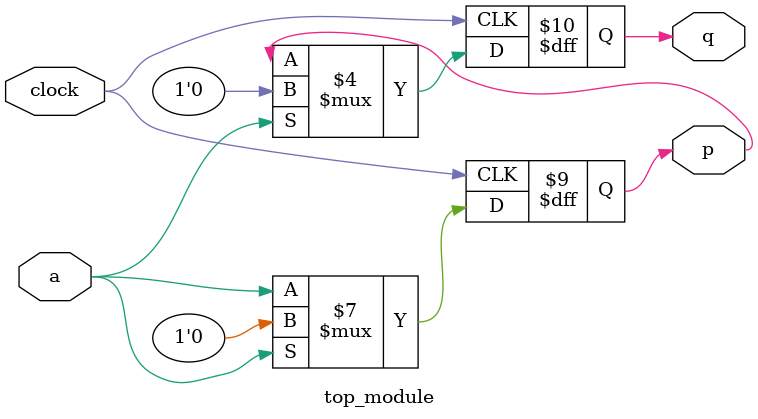
<source format=sv>
module top_module (
	input clock,
	input a, 
	output reg p,
	output reg q
);
	
	always @(posedge clock) begin
		if (a == 1'b1) begin
			p <= 1'b0;
			q <= 1'b0;
		end else begin
			p <= a;
			q <= p;
		end
	end
endmodule

</source>
